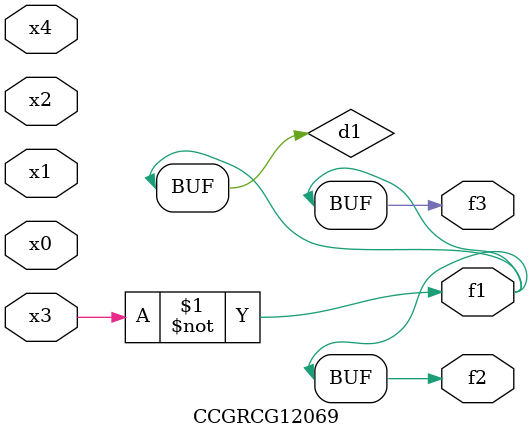
<source format=v>
module CCGRCG12069(
	input x0, x1, x2, x3, x4,
	output f1, f2, f3
);

	wire d1, d2;

	xnor (d1, x3);
	not (d2, x1);
	assign f1 = d1;
	assign f2 = d1;
	assign f3 = d1;
endmodule

</source>
